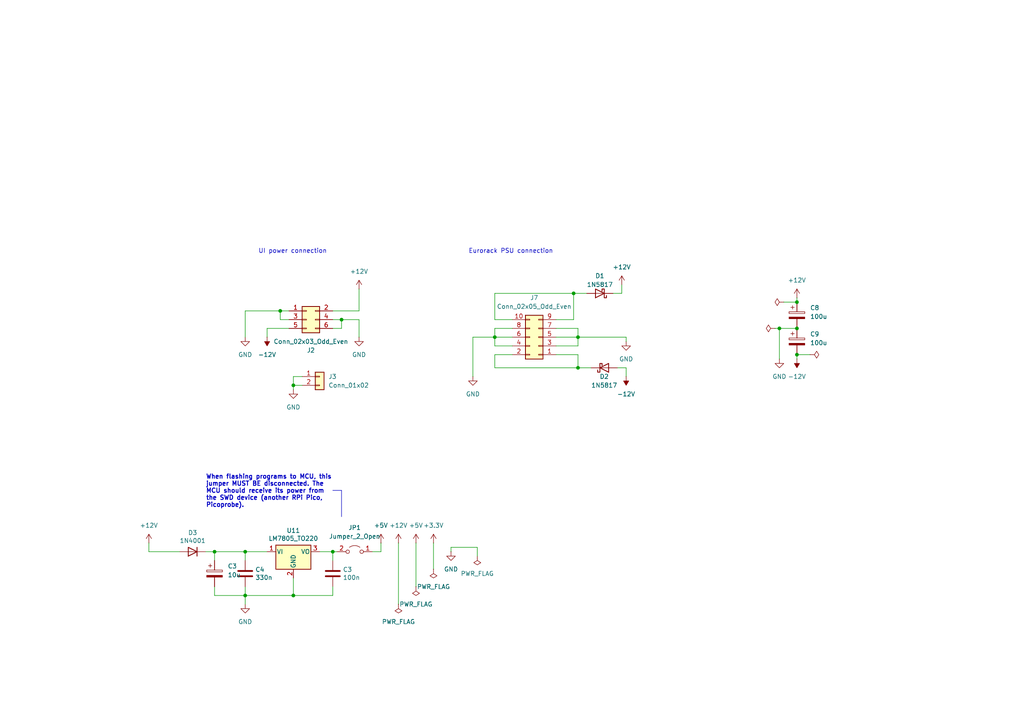
<source format=kicad_sch>
(kicad_sch (version 20250114) (generator "eeschema") (generator_version "9.0")
  (paper "A4")
  (lib_symbols
    (symbol "+12V_1" (power) (pin_numbers (hide yes)) (pin_names (offset 0) (hide yes))
      (property "Value" "+12V" (at 0 3.556 0))
      (symbol "+12V_1_0_1"
        (polyline (pts (xy -0.762 1.27) (xy 0 2.54)))
        (polyline (pts (xy 0 2.54) (xy 0.762 1.27)))
        (polyline (pts (xy 0 0) (xy 0 2.54)))
      )
      (symbol "+12V_1_1_1"
        (pin power_in line (at 0 0 90) (length 0) (name "~") (number "1"))
      )
    )
    (symbol "+3.3V_1" (power) (pin_numbers (hide yes)) (pin_names (offset 0) (hide yes))
      (property "Value" "+3.3V" (at 0 3.556 0))
      (symbol "+3.3V_1_0_1"
        (polyline (pts (xy -0.762 1.27) (xy 0 2.54)))
        (polyline (pts (xy 0 2.54) (xy 0.762 1.27)))
        (polyline (pts (xy 0 0) (xy 0 2.54)))
      )
      (symbol "+3.3V_1_1_1"
        (pin power_in line (at 0 0 90) (length 0) (name "~") (number "1"))
      )
    )
    (symbol "+5V_1" (power) (pin_numbers (hide yes)) (pin_names (offset 0) (hide yes))
      (property "Value" "+5V" (at 0 3.556 0))
      (symbol "+5V_1_0_1"
        (polyline (pts (xy -0.762 1.27) (xy 0 2.54)))
        (polyline (pts (xy 0 2.54) (xy 0.762 1.27)))
        (polyline (pts (xy 0 0) (xy 0 2.54)))
      )
      (symbol "+5V_1_1_1"
        (pin power_in line (at 0 0 90) (length 0) (name "~") (number "1"))
      )
    )
    (symbol "Connector_Generic:Conn_01x02" (pin_names (offset 1.016) (hide yes))
      (property "Reference" "J" (at 0 2.54 0))
      (property "Value" "Conn_01x02" (at 0 -5.08 0))
      (symbol "Conn_01x02_1_1"
        (rectangle (start -1.27 1.27) (end 1.27 -3.81) (stroke (width 0.254)) (fill (type background)))
        (rectangle (start -1.27 0.127) (end 0 -0.127) (stroke (width 0.1524)))
        (rectangle (start -1.27 -2.413) (end 0 -2.667) (stroke (width 0.1524)))
        (pin passive line (at -5.08 0 0) (length 3.81) (name "Pin_1") (number "1"))
        (pin passive line (at -5.08 -2.54 0) (length 3.81) (name "Pin_2") (number "2"))
      )
    )
    (symbol "Connector_Generic:Conn_02x03_Odd_Even" (pin_names (offset 1.016) (hide yes))
      (property "Reference" "J" (at 1.27 5.08 0))
      (property "Value" "Conn_02x03_Odd_Even" (at 1.27 -5.08 0))
      (symbol "Conn_02x03_Odd_Even_1_1"
        (rectangle (start -1.27 3.81) (end 3.81 -3.81) (stroke (width 0.254)) (fill (type background)))
        (rectangle (start -1.27 2.667) (end 0 2.413) (stroke (width 0.1524)))
        (rectangle (start -1.27 0.127) (end 0 -0.127) (stroke (width 0.1524)))
        (rectangle (start -1.27 -2.413) (end 0 -2.667) (stroke (width 0.1524)))
        (rectangle (start 3.81 2.667) (end 2.54 2.413) (stroke (width 0.1524)))
        (rectangle (start 3.81 0.127) (end 2.54 -0.127) (stroke (width 0.1524)))
        (rectangle (start 3.81 -2.413) (end 2.54 -2.667) (stroke (width 0.1524)))
        (pin passive line (at -5.08 2.54 0) (length 3.81) (name "Pin_1") (number "1"))
        (pin passive line (at -5.08 0 0) (length 3.81) (name "Pin_3") (number "3"))
        (pin passive line (at -5.08 -2.54 0) (length 3.81) (name "Pin_5") (number "5"))
        (pin passive line (at 7.62 2.54 180) (length 3.81) (name "Pin_2") (number "2"))
        (pin passive line (at 7.62 0 180) (length 3.81) (name "Pin_4") (number "4"))
        (pin passive line (at 7.62 -2.54 180) (length 3.81) (name "Pin_6") (number "6"))
      )
    )
    (symbol "Connector_Generic:Conn_02x05_Odd_Even" (pin_names (offset 1.016) (hide yes))
      (property "Reference" "J" (at 1.27 7.62 0))
      (property "Value" "Conn_02x05_Odd_Even" (at 1.27 -7.62 0))
      (symbol "Conn_02x05_Odd_Even_1_1"
        (rectangle (start -1.27 6.35) (end 3.81 -6.35) (stroke (width 0.254)) (fill (type background)))
        (rectangle (start -1.27 5.207) (end 0 4.953) (stroke (width 0.1524)))
        (rectangle (start -1.27 2.667) (end 0 2.413) (stroke (width 0.1524)))
        (rectangle (start -1.27 0.127) (end 0 -0.127) (stroke (width 0.1524)))
        (rectangle (start -1.27 -2.413) (end 0 -2.667) (stroke (width 0.1524)))
        (rectangle (start -1.27 -4.953) (end 0 -5.207) (stroke (width 0.1524)))
        (rectangle (start 3.81 5.207) (end 2.54 4.953) (stroke (width 0.1524)))
        (rectangle (start 3.81 2.667) (end 2.54 2.413) (stroke (width 0.1524)))
        (rectangle (start 3.81 0.127) (end 2.54 -0.127) (stroke (width 0.1524)))
        (rectangle (start 3.81 -2.413) (end 2.54 -2.667) (stroke (width 0.1524)))
        (rectangle (start 3.81 -4.953) (end 2.54 -5.207) (stroke (width 0.1524)))
        (pin passive line (at -5.08 5.08 0) (length 3.81) (name "Pin_1") (number "1"))
        (pin passive line (at -5.08 2.54 0) (length 3.81) (name "Pin_3") (number "3"))
        (pin passive line (at -5.08 0 0) (length 3.81) (name "Pin_5") (number "5"))
        (pin passive line (at -5.08 -2.54 0) (length 3.81) (name "Pin_7") (number "7"))
        (pin passive line (at -5.08 -5.08 0) (length 3.81) (name "Pin_9") (number "9"))
        (pin passive line (at 7.62 5.08 180) (length 3.81) (name "Pin_2") (number "2"))
        (pin passive line (at 7.62 2.54 180) (length 3.81) (name "Pin_4") (number "4"))
        (pin passive line (at 7.62 0 180) (length 3.81) (name "Pin_6") (number "6"))
        (pin passive line (at 7.62 -2.54 180) (length 3.81) (name "Pin_8") (number "8"))
        (pin passive line (at 7.62 -5.08 180) (length 3.81) (name "Pin_10") (number "10"))
      )
    )
    (symbol "Device:C" (pin_numbers (hide yes)) (pin_names (offset 0.254))
      (property "Reference" "C" (at 0.635 2.54 0))
      (property "Value" "C" (at 0.635 -2.54 0))
      (symbol "C_0_1"
        (polyline (pts (xy -2.032 0.762) (xy 2.032 0.762)) (stroke (width 0.508)))
        (polyline (pts (xy -2.032 -0.762) (xy 2.032 -0.762)) (stroke (width 0.508)))
      )
      (symbol "C_1_1"
        (pin passive line (at 0 3.81 270) (length 2.794) (name "~") (number "1"))
        (pin passive line (at 0 -3.81 90) (length 2.794) (name "~") (number "2"))
      )
    )
    (symbol "Device:C_Polarized" (pin_numbers (hide yes)) (pin_names (offset 0.254))
      (property "Reference" "C" (at 0.635 2.54 0))
      (property "Value" "C_Polarized" (at 0.635 -2.54 0))
      (symbol "C_Polarized_0_1"
        (rectangle (start -2.286 0.508) (end 2.286 1.016))
        (polyline (pts (xy -1.778 2.286) (xy -0.762 2.286)))
        (polyline (pts (xy -1.27 2.794) (xy -1.27 1.778)))
        (rectangle (start 2.286 -0.508) (end -2.286 -1.016) (fill (type outline)))
      )
      (symbol "C_Polarized_1_1"
        (pin passive line (at 0 3.81 270) (length 2.794) (name "~") (number "1"))
        (pin passive line (at 0 -3.81 90) (length 2.794) (name "~") (number "2"))
      )
    )
    (symbol "Device:D" (pin_numbers (hide yes)) (pin_names (offset 1.016) (hide yes))
      (property "Reference" "D" (at 0 2.54 0))
      (property "Value" "D" (at 0 -2.54 0))
      (symbol "D_0_1"
        (polyline (pts (xy -1.27 1.27) (xy -1.27 -1.27)) (stroke (width 0.254)))
        (polyline (pts (xy 1.27 1.27) (xy 1.27 -1.27) (xy -1.27 0) (xy 1.27 1.27)) (stroke (width 0.254)))
        (polyline (pts (xy 1.27 0) (xy -1.27 0)))
      )
      (symbol "D_1_1"
        (pin passive line (at -3.81 0 0) (length 2.54) (name "K") (number "1"))
        (pin passive line (at 3.81 0 180) (length 2.54) (name "A") (number "2"))
      )
    )
    (symbol "Device:D_Schottky" (pin_numbers (hide yes)) (pin_names (offset 1.016) (hide yes))
      (property "Reference" "D" (at 0 2.54 0))
      (property "Value" "D_Schottky" (at 0 -2.54 0))
      (symbol "D_Schottky_0_1"
        (polyline (pts (xy -1.905 0.635) (xy -1.905 1.27) (xy -1.27 1.27) (xy -1.27 -1.27) (xy -0.635 -1.27) (xy -0.635 -0.635)) (stroke (width 0.254)))
        (polyline (pts (xy 1.27 1.27) (xy 1.27 -1.27) (xy -1.27 0) (xy 1.27 1.27)) (stroke (width 0.254)))
        (polyline (pts (xy 1.27 0) (xy -1.27 0)))
      )
      (symbol "D_Schottky_1_1"
        (pin passive line (at -3.81 0 0) (length 2.54) (name "K") (number "1"))
        (pin passive line (at 3.81 0 180) (length 2.54) (name "A") (number "2"))
      )
    )
    (symbol "GND_2" (power) (pin_numbers (hide yes)) (pin_names (offset 0) (hide yes))
      (property "Value" "GND" (at 0 -3.81 0))
      (symbol "GND_2_0_1"
        (polyline (pts (xy 0 0) (xy 0 -1.27) (xy 1.27 -1.27) (xy 0 -2.54) (xy -1.27 -1.27) (xy 0 -1.27)))
      )
      (symbol "GND_2_1_1"
        (pin power_in line (at 0 0 270) (length 0) (name "~") (number "1"))
      )
    )
    (symbol "Jumper:Jumper_2_Open" (pin_names (offset 0) (hide yes))
      (property "Reference" "JP" (at 0 2.794 0))
      (property "Value" "Jumper_2_Open" (at 0 -2.286 0))
      (symbol "Jumper_2_Open_0_0"
        (circle (center -2.032 0) (radius 0.508))
        (circle (center 2.032 0) (radius 0.508))
      )
      (symbol "Jumper_2_Open_0_1"
        (arc (start -1.524 1.27) (mid 0 1.778) (end 1.524 1.27))
      )
      (symbol "Jumper_2_Open_1_1"
        (pin passive line (at -5.08 0 0) (length 2.54) (name "A") (number "1"))
        (pin passive line (at 5.08 0 180) (length 2.54) (name "B") (number "2"))
      )
    )
    (symbol "PWR_FLAG_1" (power) (pin_numbers (hide yes)) (pin_names (offset 0) (hide yes))
      (property "Value" "PWR_FLAG" (at 0 3.81 0))
      (symbol "PWR_FLAG_1_0_0"
        (pin power_out line (at 0 0 90) (length 0) (name "~") (number "1"))
      )
      (symbol "PWR_FLAG_1_0_1"
        (polyline (pts (xy 0 0) (xy 0 1.27) (xy -1.016 1.905) (xy 0 2.54) (xy 1.016 1.905) (xy 0 1.27)))
      )
    )
    (symbol "Regulator_Linear:LM7805_TO220" (pin_names (offset 0.254))
      (property "Reference" "U" (at -3.81 3.175 0))
      (property "Value" "LM7805_TO220" (at 0 3.175 0))
      (symbol "LM7805_TO220_0_1"
        (rectangle (start -5.08 1.905) (end 5.08 -5.08) (stroke (width 0.254)) (fill (type background)))
      )
      (symbol "LM7805_TO220_1_1"
        (pin power_in line (at -7.62 0 0) (length 2.54) (name "VI") (number "1"))
        (pin power_in line (at 0 -7.62 90) (length 2.54) (name "GND") (number "2"))
        (pin power_out line (at 7.62 0 180) (length 2.54) (name "VO") (number "3"))
      )
    )
    (symbol "power:+12V" (power) (pin_numbers (hide yes)) (pin_names (offset 0) (hide yes))
      (property "Value" "+12V" (at 0 3.556 0))
      (symbol "+12V_0_1"
        (polyline (pts (xy -0.762 1.27) (xy 0 2.54)))
        (polyline (pts (xy 0 2.54) (xy 0.762 1.27)))
        (polyline (pts (xy 0 0) (xy 0 2.54)))
      )
      (symbol "+12V_1_1"
        (pin power_in line (at 0 0 90) (length 0) (name "~") (number "1"))
      )
    )
    (symbol "power:-12V" (power) (pin_numbers (hide yes)) (pin_names (offset 0) (hide yes))
      (property "Value" "-12V" (at 0 3.556 0))
      (symbol "-12V_0_0"
        (pin power_in line (at 0 0 90) (length 0) (name "~") (number "1"))
      )
      (symbol "-12V_0_1"
        (polyline (pts (xy 0 0) (xy 0 1.27) (xy 0.762 1.27) (xy 0 2.54) (xy -0.762 1.27) (xy 0 1.27)) (fill (type outline)))
      )
    )
    (symbol "power:GND" (power) (pin_numbers (hide yes)) (pin_names (offset 0) (hide yes))
      (property "Value" "GND" (at 0 -3.81 0))
      (symbol "GND_0_1"
        (polyline (pts (xy 0 0) (xy 0 -1.27) (xy 1.27 -1.27) (xy 0 -2.54) (xy -1.27 -1.27) (xy 0 -1.27)))
      )
      (symbol "GND_1_1"
        (pin power_in line (at 0 0 270) (length 0) (name "~") (number "1"))
      )
    )
    (symbol "power:PWR_FLAG" (power) (pin_numbers (hide yes)) (pin_names (offset 0) (hide yes))
      (property "Value" "PWR_FLAG" (at 0 3.81 0))
      (symbol "PWR_FLAG_0_0"
        (pin power_out line (at 0 0 90) (length 0) (name "~") (number "1"))
      )
      (symbol "PWR_FLAG_0_1"
        (polyline (pts (xy 0 0) (xy 0 1.27) (xy -1.016 1.905) (xy 0 2.54) (xy 1.016 1.905) (xy 0 1.27)))
      )
    )
  )
  (text "UI power connection" (at 74.93 73.66 0) (effects (font (size 1.27 1.27)) (justify left bottom)))
  (text "When flashing programs to MCU, this \njumper MUST BE disconnected. The \nMCU should receive its power from \nthe SWD device (another RPi Pico, \nPicoprobe)." (at 59.69 147.32 0) (effects (font (size 1.27 1.27) (thickness 0.254) (bold yes)) (justify left bottom)))
  (text "Eurorack PSU connection" (at 135.89 73.66 0) (effects (font (size 1.27 1.27)) (justify left bottom)))
  (junction (at 231.14 87.63))
  (junction (at 231.14 102.87))
  (junction (at 81.28 90.17))
  (junction (at 167.64 106.68))
  (junction (at 226.06 95.25))
  (junction (at 85.09 111.76))
  (junction (at 166.37 85.09))
  (junction (at 62.23 160.02))
  (junction (at 143.51 97.79))
  (junction (at 85.09 172.72))
  (junction (at 96.52 160.02))
  (junction (at 167.64 97.79))
  (junction (at 71.12 160.02))
  (junction (at 231.14 95.25))
  (junction (at 99.06 92.71))
  (junction (at 71.12 172.72))
  (wire (pts (xy 62.23 170.18) (xy 62.23 172.72)))
  (wire (pts (xy 85.09 111.76) (xy 85.09 113.03)))
  (wire (pts (xy 166.37 92.71) (xy 166.37 85.09)))
  (wire (pts (xy 167.64 100.33) (xy 167.64 97.79)))
  (wire (pts (xy 87.63 109.22) (xy 85.09 109.22)))
  (wire (pts (xy 143.51 92.71) (xy 148.59 92.71)))
  (wire (pts (xy 167.64 97.79) (xy 181.61 97.79)))
  (wire (pts (xy 231.14 86.36) (xy 231.14 87.63)))
  (wire (pts (xy 137.16 109.22) (xy 137.16 97.79)))
  (wire (pts (xy 161.29 92.71) (xy 166.37 92.71)))
  (wire (pts (xy 167.64 102.87) (xy 167.64 106.68)))
  (wire (pts (xy 177.8 85.09) (xy 180.34 85.09)))
  (wire (pts (xy 167.64 97.79) (xy 167.64 95.25)))
  (wire (pts (xy 104.14 92.71) (xy 99.06 92.71)))
  (wire (pts (xy 71.12 160.02) (xy 77.47 160.02)))
  (wire (pts (xy 81.28 92.71) (xy 81.28 90.17)))
  (wire (pts (xy 120.65 170.18) (xy 120.65 157.48)))
  (wire (pts (xy 130.81 158.75) (xy 138.43 158.75)))
  (wire (pts (xy 71.12 162.56) (xy 71.12 160.02)))
  (wire (pts (xy 96.52 95.25) (xy 99.06 95.25)))
  (wire (pts (xy 167.64 95.25) (xy 161.29 95.25)))
  (wire (pts (xy 85.09 167.64) (xy 85.09 172.72)))
  (wire (pts (xy 125.73 157.48) (xy 125.73 165.1)))
  (wire (pts (xy 85.09 111.76) (xy 87.63 111.76)))
  (wire (pts (xy 143.51 102.87) (xy 143.51 106.68)))
  (wire (pts (xy 143.51 100.33) (xy 148.59 100.33)))
  (wire (pts (xy 143.51 106.68) (xy 167.64 106.68)))
  (polyline (pts (xy 96.52 142.24) (xy 99.06 142.24)))
  (wire (pts (xy 234.95 102.87) (xy 231.14 102.87)))
  (wire (pts (xy 83.82 95.25) (xy 77.47 95.25)))
  (wire (pts (xy 71.12 90.17) (xy 81.28 90.17)))
  (wire (pts (xy 143.51 85.09) (xy 166.37 85.09)))
  (wire (pts (xy 71.12 97.79) (xy 71.12 90.17)))
  (wire (pts (xy 226.06 95.25) (xy 231.14 95.25)))
  (wire (pts (xy 71.12 172.72) (xy 71.12 170.18)))
  (polyline (pts (xy 99.06 142.24) (xy 99.06 149.86)))
  (wire (pts (xy 96.52 172.72) (xy 96.52 170.18)))
  (wire (pts (xy 227.33 87.63) (xy 231.14 87.63)))
  (wire (pts (xy 62.23 172.72) (xy 71.12 172.72)))
  (wire (pts (xy 99.06 92.71) (xy 96.52 92.71)))
  (wire (pts (xy 62.23 162.56) (xy 62.23 160.02)))
  (wire (pts (xy 71.12 175.26) (xy 71.12 172.72)))
  (wire (pts (xy 137.16 97.79) (xy 143.51 97.79)))
  (wire (pts (xy 85.09 172.72) (xy 96.52 172.72)))
  (wire (pts (xy 143.51 102.87) (xy 148.59 102.87)))
  (wire (pts (xy 115.57 157.48) (xy 115.57 175.26)))
  (wire (pts (xy 62.23 160.02) (xy 71.12 160.02)))
  (wire (pts (xy 143.51 95.25) (xy 148.59 95.25)))
  (wire (pts (xy 104.14 83.82) (xy 104.14 90.17)))
  (wire (pts (xy 130.81 158.75) (xy 130.81 160.02)))
  (wire (pts (xy 43.18 160.02) (xy 52.07 160.02)))
  (wire (pts (xy 83.82 92.71) (xy 81.28 92.71)))
  (wire (pts (xy 143.51 97.79) (xy 143.51 100.33)))
  (wire (pts (xy 170.18 85.09) (xy 166.37 85.09)))
  (wire (pts (xy 226.06 104.14) (xy 226.06 95.25)))
  (wire (pts (xy 104.14 90.17) (xy 96.52 90.17)))
  (wire (pts (xy 107.95 160.02) (xy 110.49 160.02)))
  (wire (pts (xy 143.51 85.09) (xy 143.51 92.71)))
  (wire (pts (xy 99.06 95.25) (xy 99.06 92.71)))
  (wire (pts (xy 92.71 160.02) (xy 96.52 160.02)))
  (wire (pts (xy 138.43 158.75) (xy 138.43 161.29)))
  (wire (pts (xy 167.64 106.68) (xy 171.45 106.68)))
  (wire (pts (xy 104.14 97.79) (xy 104.14 92.71)))
  (wire (pts (xy 181.61 99.06) (xy 181.61 97.79)))
  (wire (pts (xy 161.29 102.87) (xy 167.64 102.87)))
  (wire (pts (xy 110.49 157.48) (xy 110.49 160.02)))
  (wire (pts (xy 59.69 160.02) (xy 62.23 160.02)))
  (wire (pts (xy 81.28 90.17) (xy 83.82 90.17)))
  (wire (pts (xy 143.51 97.79) (xy 143.51 95.25)))
  (wire (pts (xy 71.12 172.72) (xy 85.09 172.72)))
  (wire (pts (xy 97.79 160.02) (xy 96.52 160.02)))
  (wire (pts (xy 181.61 106.68) (xy 181.61 109.22)))
  (wire (pts (xy 77.47 97.79) (xy 77.47 95.25)))
  (wire (pts (xy 179.07 106.68) (xy 181.61 106.68)))
  (wire (pts (xy 224.79 95.25) (xy 226.06 95.25)))
  (wire (pts (xy 231.14 102.87) (xy 231.14 104.14)))
  (wire (pts (xy 180.34 82.55) (xy 180.34 85.09)))
  (wire (pts (xy 161.29 97.79) (xy 167.64 97.79)))
  (wire (pts (xy 161.29 100.33) (xy 167.64 100.33)))
  (wire (pts (xy 85.09 109.22) (xy 85.09 111.76)))
  (wire (pts (xy 96.52 160.02) (xy 96.52 162.56)))
  (wire (pts (xy 143.51 97.79) (xy 148.59 97.79)))
  (wire (pts (xy 43.18 157.48) (xy 43.18 160.02)))
  (symbol (lib_id "power:+12V") (at 104.14 83.82 0) (mirror y) (unit 1)
    (property "Reference" "#PWR013" (effects (hide yes)))
    (property "Value" "+12V" (at 104.14 78.74 0))
    (property "Description" "Power symbol creates a global label with name \"+12V\"" (effects (hide yes)))
  )
  (symbol (lib_id "Device:C_Polarized") (at 231.14 91.44 0) (unit 1)
    (property "Reference" "C8" (at 234.95 89.281 0) (effects (justify left)))
    (property "Value" "100u" (at 234.95 91.821 0) (effects (justify left)))
    (property "Footprint" "Capacitor_SMD:CP_Elec_6.3x7.7" (effects (hide yes)))
    (property "LCSC" "C2836437" (effects (hide yes)))
    (property "Vendor" "JLCPCB" (effects (hide yes)))
    (property "FT Rotation Offset" "180" (effects (hide yes)))
    (property "CHECKED" "YES" (effects (hide yes)))
  )
  (symbol (lib_id "Regulator_Linear:LM7805_TO220") (at 85.09 160.02 0) (unit 1)
    (property "Reference" "U11" (at 85.09 153.8732 0))
    (property "Value" "LM7805_TO220" (at 85.09 156.1846 0))
    (property "Footprint" "Package_TO_SOT_THT:TO-220-3_Horizontal_TabDown" (effects (hide yes)))
    (property "Datasheet" "https://www.onsemi.cn/PowerSolutions/document/MC7800-D.PDF" (effects (hide yes)))
    (property "Part No." "926-LM7805CT/NOPB " (effects (hide yes)))
    (property "Part URL" "https://mou.sr/4gwivXu" (effects (hide yes)))
    (property "Vendor" "Mouser" (effects (hide yes)))
  )
  (symbol (lib_name "+5V_1") (lib_id "power:+5V") (at 110.49 157.48 0) (unit 1)
    (property "Reference" "#PWR071" (effects (hide yes)))
    (property "Value" "+5V" (at 110.49 152.4 0))
    (property "Description" "Power symbol creates a global label with name \"+5V\"" (effects (hide yes)))
  )
  (symbol (lib_id "power:GND") (at 137.16 109.22 0) (unit 1)
    (property "Reference" "#PWR015" (effects (hide yes)))
    (property "Value" "GND" (at 137.16 114.3 0))
    (property "Description" "Power symbol creates a global label with name \"GND\" , ground" (effects (hide yes)))
  )
  (symbol (lib_name "GND_2") (lib_id "power:GND") (at 71.12 175.26 0) (unit 1)
    (property "Reference" "#PWR070" (effects (hide yes)))
    (property "Value" "GND" (at 71.12 180.34 0))
    (property "Description" "Power symbol creates a global label with name \"GND\" , ground" (effects (hide yes)))
  )
  (symbol (lib_id "Device:D_Schottky") (at 175.26 106.68 0) (mirror x) (unit 1)
    (property "Reference" "D2" (at 175.26 109.22 0))
    (property "Value" "1N5817" (at 175.26 111.76 0))
    (property "Footprint" "Diode_SMD:D_SOD-323" (effects (hide yes)))
    (property "Description" "Schottky diode" (effects (hide yes)))
    (property "Vendor" "JLCPCB" (effects (hide yes)))
    (property "LCSC" "C5190152" (effects (hide yes)))
    (property "CHECKED" "YES" (effects (hide yes)))
  )
  (symbol (lib_id "power:GND") (at 181.61 99.06 0) (unit 1)
    (property "Reference" "#PWR017" (effects (hide yes)))
    (property "Value" "GND" (at 181.61 104.14 0))
    (property "Description" "Power symbol creates a global label with name \"GND\" , ground" (effects (hide yes)))
  )
  (symbol (lib_id "Device:D") (at 55.88 160.02 180) (unit 1)
    (property "Reference" "D3" (at 55.88 154.5082 0))
    (property "Value" "1N4001" (at 55.88 156.8196 0))
    (property "Footprint" "Diode_THT:D_DO-41_SOD81_P10.16mm_Horizontal" (effects (hide yes)))
    (property "Part No." "637-1N4001 " (effects (hide yes)))
    (property "Part URL" "https://mou.sr/3DfEJyK" (effects (hide yes)))
    (property "Vendor" "Mouser" (effects (hide yes)))
  )
  (symbol (lib_name "+12V_1") (lib_id "power:+12V") (at 115.57 157.48 0) (unit 1)
    (property "Reference" "#PWR072" (effects (hide yes)))
    (property "Value" "+12V" (at 115.57 152.4 0))
    (property "Description" "Power symbol creates a global label with name \"+12V\"" (effects (hide yes)))
  )
  (symbol (lib_id "power:-12V") (at 77.47 97.79 0) (mirror x) (unit 1)
    (property "Reference" "#PWR011" (effects (hide yes)))
    (property "Value" "-12V" (at 77.47 102.87 0))
    (property "Description" "Power symbol creates a global label with name \"-12V\"" (effects (hide yes)))
  )
  (symbol (lib_id "power:PWR_FLAG") (at 227.33 87.63 90) (unit 1)
    (property "Reference" "#FLG02" (effects (hide yes)))
    (property "Value" "PWR_FLAG" (effects (hide yes)))
    (property "Description" "Special symbol for telling ERC where power comes from" (effects (hide yes)))
  )
  (symbol (lib_id "Connector_Generic:Conn_02x03_Odd_Even") (at 88.9 92.71 0) (unit 1)
    (property "Reference" "J2" (at 90.17 101.6 0))
    (property "Value" "Conn_02x03_Odd_Even" (at 90.17 99.06 0))
    (property "Footprint" "Connector_PinHeader_2.54mm:PinHeader_2x03_P2.54mm_Vertical" (effects (hide yes)))
    (property "Description" "Generic connector, double row, 02x03, odd/even pin numbering scheme (row 1 odd numbers, row 2 even numbers), script generated (kicad-library-utils/schlib/autogen/connector/)" (effects (hide yes)))
    (property "Vendor" "Mouser" (effects (hide yes)))
  )
  (symbol (lib_id "power:GND") (at 226.06 104.14 0) (unit 1)
    (property "Reference" "#PWR019" (effects (hide yes)))
    (property "Value" "GND" (at 226.06 109.22 0))
    (property "Description" "Power symbol creates a global label with name \"GND\" , ground" (effects (hide yes)))
  )
  (symbol (lib_id "power:-12V") (at 181.61 109.22 180) (unit 1)
    (property "Reference" "#PWR018" (effects (hide yes)))
    (property "Value" "-12V" (at 181.61 114.3 0))
    (property "Description" "Power symbol creates a global label with name \"-12V\"" (effects (hide yes)))
  )
  (symbol (lib_name "+3.3V_1") (lib_id "power:+3.3V") (at 125.73 157.48 0) (unit 1)
    (property "Reference" "#PWR074" (effects (hide yes)))
    (property "Value" "+3.3V" (at 125.73 152.4 0))
    (property "Description" "Power symbol creates a global label with name \"+3.3V\"" (effects (hide yes)))
  )
  (symbol (lib_id "Device:C_Polarized") (at 231.14 99.06 0) (unit 1)
    (property "Reference" "C9" (at 234.95 96.901 0) (effects (justify left)))
    (property "Value" "100u" (at 234.95 99.441 0) (effects (justify left)))
    (property "Footprint" "Capacitor_SMD:CP_Elec_6.3x7.7" (effects (hide yes)))
    (property "LCSC" "C2836437" (effects (hide yes)))
    (property "Vendor" "JLCPCB" (effects (hide yes)))
    (property "FT Rotation Offset" "180" (effects (hide yes)))
    (property "CHECKED" "YES" (effects (hide yes)))
  )
  (symbol (lib_name "PWR_FLAG_1") (lib_id "power:PWR_FLAG") (at 115.57 175.26 180) (unit 1)
    (property "Reference" "#FLG04" (effects (hide yes)))
    (property "Value" "PWR_FLAG" (at 115.57 180.34 0))
    (property "Description" "Special symbol for telling ERC where power comes from" (effects (hide yes)))
  )
  (symbol (lib_id "power:PWR_FLAG") (at 224.79 95.25 90) (unit 1)
    (property "Reference" "#FLG01" (effects (hide yes)))
    (property "Value" "PWR_FLAG" (effects (hide yes)))
    (property "Description" "Special symbol for telling ERC where power comes from" (effects (hide yes)))
  )
  (symbol (lib_id "power:GND") (at 71.12 97.79 0) (mirror y) (unit 1)
    (property "Reference" "#PWR010" (effects (hide yes)))
    (property "Value" "GND" (at 71.12 102.87 0))
    (property "Description" "Power symbol creates a global label with name \"GND\" , ground" (effects (hide yes)))
  )
  (symbol (lib_name "+12V_1") (lib_id "power:+12V") (at 43.18 157.48 0) (unit 1)
    (property "Reference" "#PWR069" (effects (hide yes)))
    (property "Value" "+12V" (at 43.18 152.4 0))
    (property "Description" "Power symbol creates a global label with name \"+12V\"" (effects (hide yes)))
  )
  (symbol (lib_name "+5V_1") (lib_id "power:+5V") (at 120.65 157.48 0) (unit 1)
    (property "Reference" "#PWR073" (effects (hide yes)))
    (property "Value" "+5V" (at 120.65 152.4 0))
    (property "Description" "Power symbol creates a global label with name \"+5V\"" (effects (hide yes)))
  )
  (symbol (lib_id "Connector_Generic:Conn_02x05_Odd_Even") (at 156.21 97.79 180) (unit 1)
    (property "Reference" "J7" (at 154.94 86.36 0))
    (property "Value" "Conn_02x05_Odd_Even" (at 154.94 88.9 0))
    (property "Footprint" "Connector_IDC:IDC-Header_2x05_P2.54mm_Horizontal" (effects (hide yes)))
    (property "Description" "Generic connector, double row, 02x05, odd/even pin numbering scheme (row 1 odd numbers, row 2 even numbers), script generated (kicad-library-utils/schlib/autogen/connector/)" (effects (hide yes)))
    (property "Vendor" "Mouser" (effects (hide yes)))
  )
  (symbol (lib_id "power:+12V") (at 231.14 86.36 0) (unit 1)
    (property "Reference" "#PWR020" (effects (hide yes)))
    (property "Value" "+12V" (at 231.14 81.28 0))
    (property "Description" "Power symbol creates a global label with name \"+12V\"" (effects (hide yes)))
  )
  (symbol (lib_name "PWR_FLAG_1") (lib_id "power:PWR_FLAG") (at 138.43 161.29 180) (unit 1)
    (property "Reference" "#FLG04" (effects (hide yes)))
    (property "Value" "PWR_FLAG" (at 138.43 166.37 0))
    (property "Description" "Special symbol for telling ERC where power comes from" (effects (hide yes)))
  )
  (symbol (lib_id "Device:D_Schottky") (at 173.99 85.09 180) (unit 1)
    (property "Reference" "D1" (at 173.99 80.01 0))
    (property "Value" "1N5817" (at 173.99 82.55 0))
    (property "Footprint" "Diode_SMD:D_SOD-323" (effects (hide yes)))
    (property "Description" "Schottky diode" (effects (hide yes)))
    (property "Vendor" "JLCPCB" (effects (hide yes)))
    (property "LCSC" "C5190152" (effects (hide yes)))
    (property "CHECKED" "YES" (effects (hide yes)))
  )
  (symbol (lib_id "Jumper:Jumper_2_Open") (at 102.87 160.02 0) (mirror y) (unit 1)
    (property "Reference" "JP1" (at 102.87 153.035 0))
    (property "Value" "Jumper_2_Open" (at 102.87 155.575 0))
    (property "Footprint" "Connector_PinHeader_2.54mm:PinHeader_1x02_P2.54mm_Horizontal" (effects (hide yes)))
    (property "Part No." "737-PH1RB-02-UA " (effects (hide yes)))
    (property "Part URL" "https://mou.sr/3D93YT9" (effects (hide yes)))
    (property "Vendor" "Mouser" (effects (hide yes)))
  )
  (symbol (lib_id "power:+12V") (at 180.34 82.55 0) (unit 1)
    (property "Reference" "#PWR016" (effects (hide yes)))
    (property "Value" "+12V" (at 180.34 77.47 0))
    (property "Description" "Power symbol creates a global label with name \"+12V\"" (effects (hide yes)))
  )
  (symbol (lib_id "Device:C_Polarized") (at 62.23 166.37 0) (unit 1)
    (property "Reference" "C3" (at 66.04 164.211 0) (effects (justify left)))
    (property "Value" "10u" (at 66.04 166.751 0) (effects (justify left)))
    (property "Footprint" "Capacitor_THT:CP_Radial_D6.3mm_P2.50mm" (effects (hide yes)))
    (property "Part No." "80-ESS106M035AC2EA " (effects (hide yes)))
    (property "Part URL" "https://mou.sr/49DyMaU" (effects (hide yes)))
    (property "Vendor" "Mouser" (effects (hide yes)))
  )
  (symbol (lib_id "Connector_Generic:Conn_01x02") (at 92.71 109.22 0) (unit 1)
    (property "Reference" "J3" (at 95.25 109.2199 0) (effects (justify left)))
    (property "Value" "Conn_01x02" (at 95.25 111.7599 0) (effects (justify left)))
    (property "Footprint" "Connector_PinHeader_2.54mm:PinHeader_1x02_P2.54mm_Vertical" (effects (hide yes)))
    (property "Description" "Generic connector, single row, 01x02, script generated (kicad-library-utils/schlib/autogen/connector/)" (effects (hide yes)))
    (property "Vendor" "Mouser" (effects (hide yes)))
  )
  (symbol (lib_id "power:GND") (at 85.09 113.03 0) (unit 1)
    (property "Reference" "#PWR012" (effects (hide yes)))
    (property "Value" "GND" (at 85.09 118.11 0))
    (property "Description" "Power symbol creates a global label with name \"GND\" , ground" (effects (hide yes)))
  )
  (symbol (lib_id "power:-12V") (at 231.14 104.14 180) (unit 1)
    (property "Reference" "#PWR021" (effects (hide yes)))
    (property "Value" "-12V" (at 231.14 109.22 0))
    (property "Description" "Power symbol creates a global label with name \"-12V\"" (effects (hide yes)))
  )
  (symbol (lib_id "power:PWR_FLAG") (at 234.95 102.87 270) (unit 1)
    (property "Reference" "#FLG03" (effects (hide yes)))
    (property "Value" "PWR_FLAG" (effects (hide yes)))
    (property "Description" "Special symbol for telling ERC where power comes from" (effects (hide yes)))
  )
  (symbol (lib_name "GND_2") (lib_id "power:GND") (at 130.81 160.02 0) (unit 1)
    (property "Reference" "#PWR075" (effects (hide yes)))
    (property "Value" "GND" (at 130.81 165.1 0))
    (property "Description" "Power symbol creates a global label with name \"GND\" , ground" (effects (hide yes)))
  )
  (symbol (lib_id "power:GND") (at 104.14 97.79 0) (mirror y) (unit 1)
    (property "Reference" "#PWR014" (effects (hide yes)))
    (property "Value" "GND" (at 104.14 102.87 0))
    (property "Description" "Power symbol creates a global label with name \"GND\" , ground" (effects (hide yes)))
  )
  (symbol (lib_name "PWR_FLAG_1") (lib_id "power:PWR_FLAG") (at 120.65 170.18 180) (unit 1)
    (property "Reference" "#FLG05" (effects (hide yes)))
    (property "Value" "PWR_FLAG" (at 120.65 175.26 0))
    (property "Description" "Special symbol for telling ERC where power comes from" (effects (hide yes)))
  )
  (symbol (lib_id "Device:C") (at 71.12 166.37 0) (unit 1)
    (property "Reference" "C4" (at 74.041 165.2016 0) (effects (justify left)))
    (property "Value" "330n" (at 74.041 167.513 0) (effects (justify left)))
    (property "Footprint" "Capacitor_THT:C_Disc_D3.0mm_W2.0mm_P2.50mm" (effects (hide yes)))
    (property "Part No." "810-FA14X7R1H334KNU6 " (effects (hide yes)))
    (property "Part URL" "https://mou.sr/4gDlMo9" (effects (hide yes)))
    (property "Vendor" "Mouser" (effects (hide yes)))
  )
  (symbol (lib_id "Device:C") (at 96.52 166.37 0) (unit 1)
    (property "Reference" "C3" (at 99.441 165.2016 0) (effects (justify left)))
    (property "Value" "100n" (at 99.441 167.513 0) (effects (justify left)))
    (property "Footprint" "Capacitor_THT:C_Disc_D3.0mm_W2.0mm_P2.50mm" (effects (hide yes)))
    (property "Part No." "594-K103K15X7RF5TK2 " (effects (hide yes)))
    (property "Part URL" "https://mou.sr/3VFZIRH" (effects (hide yes)))
    (property "Vendor" "Mouser" (effects (hide yes)))
  )
  (symbol (lib_name "PWR_FLAG_1") (lib_id "power:PWR_FLAG") (at 125.73 165.1 180) (unit 1)
    (property "Reference" "#FLG06" (effects (hide yes)))
    (property "Value" "PWR_FLAG" (at 125.73 170.18 0))
    (property "Description" "Special symbol for telling ERC where power comes from" (effects (hide yes)))
  )
)
</source>
